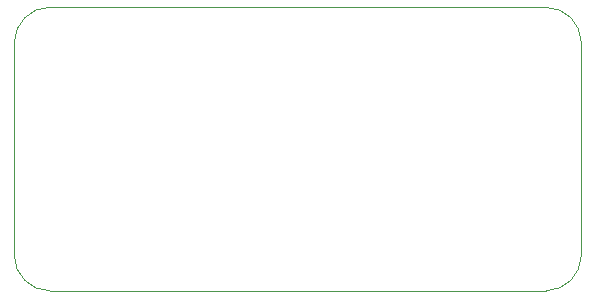
<source format=gbr>
G04*
G04 #@! TF.GenerationSoftware,Altium Limited,Altium Designer,23.0.1 (38)*
G04*
G04 Layer_Color=0*
%FSLAX25Y25*%
%MOIN*%
G70*
G04*
G04 #@! TF.SameCoordinates,4768A386-72EE-4230-A5FA-DA0B4273AB17*
G04*
G04*
G04 #@! TF.FilePolarity,Positive*
G04*
G01*
G75*
%ADD73C,0.00100*%
D73*
X296461Y214280D02*
X296461Y285146D01*
D02*
G02*
X308272Y296957I11811J0D01*
G01*
X473626D01*
D02*
G02*
X485437Y285146I0J-11811D01*
G01*
X485437Y214280D01*
D02*
G02*
X473626Y202468I-11811J0D01*
G01*
X308272Y202468D01*
D02*
G02*
X296461Y214280I0J11811D01*
G01*
M02*

</source>
